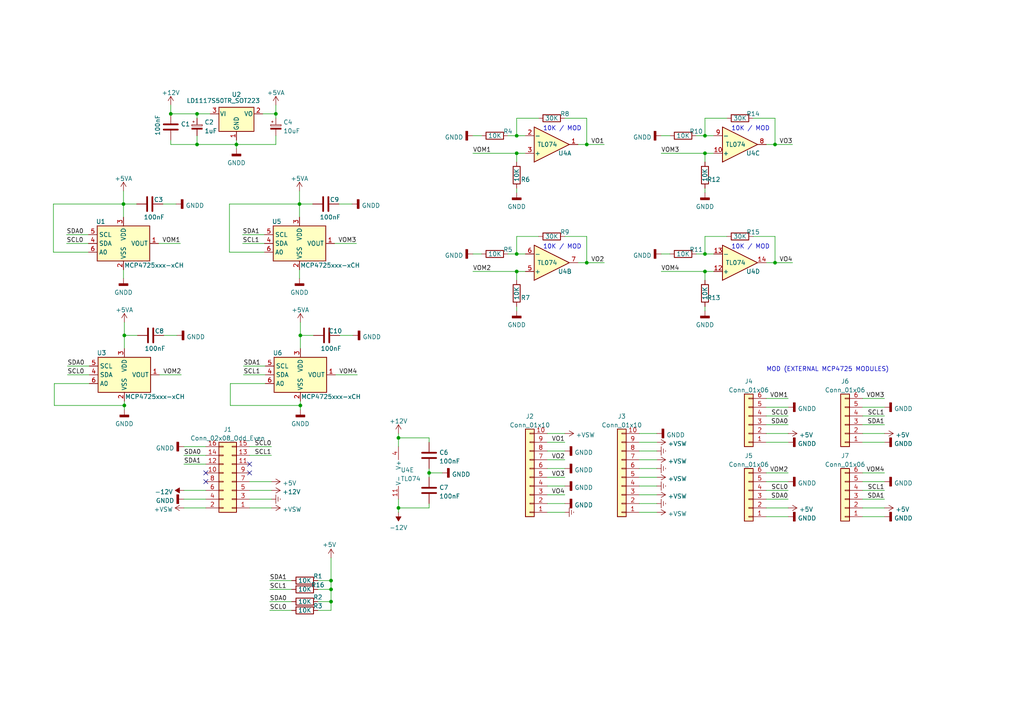
<source format=kicad_sch>
(kicad_sch (version 20211123) (generator eeschema)
  (paper "A4")
  (title_block (title "aout-4") (date "2023-06-30") (rev "2.1") (company "www.iotvertebrae.com") (comment 1 "Mechanical design: Xavier Pi") (comment 2 "Circuit & PCB design: Jordi Binefa"))
  (lib_symbols
    (symbol "Amplifier_Operational:TL074" (pin_names (offset 0.127))
      (property "Reference" "U" (at 0 5.08 0))
      (property "Value" "TL074" (at 0 -5.08 0))
      (symbol "TL074_1_1"
        (polyline (pts (xy -5.08 5.08) (xy 5.08 0) (xy -5.08 -5.08) (xy -5.08 5.08)) (stroke (width 0.254)) (fill (type background)))
        (pin output line (at 7.62 0 180) (length 2.54) (name "~") (number "1"))
        (pin input line (at -7.62 -2.54 0) (length 2.54) (name "-") (number "2"))
        (pin input line (at -7.62 2.54 0) (length 2.54) (name "+") (number "3"))
      )
      (symbol "TL074_2_1"
        (polyline (pts (xy -5.08 5.08) (xy 5.08 0) (xy -5.08 -5.08) (xy -5.08 5.08)) (stroke (width 0.254)) (fill (type background)))
        (pin input line (at -7.62 2.54 0) (length 2.54) (name "+") (number "5"))
        (pin input line (at -7.62 -2.54 0) (length 2.54) (name "-") (number "6"))
        (pin output line (at 7.62 0 180) (length 2.54) (name "~") (number "7"))
      )
      (symbol "TL074_3_1"
        (polyline (pts (xy -5.08 5.08) (xy 5.08 0) (xy -5.08 -5.08) (xy -5.08 5.08)) (stroke (width 0.254)) (fill (type background)))
        (pin input line (at -7.62 2.54 0) (length 2.54) (name "+") (number "10"))
        (pin output line (at 7.62 0 180) (length 2.54) (name "~") (number "8"))
        (pin input line (at -7.62 -2.54 0) (length 2.54) (name "-") (number "9"))
      )
      (symbol "TL074_4_1"
        (polyline (pts (xy -5.08 5.08) (xy 5.08 0) (xy -5.08 -5.08) (xy -5.08 5.08)) (stroke (width 0.254)) (fill (type background)))
        (pin input line (at -7.62 2.54 0) (length 2.54) (name "+") (number "12"))
        (pin input line (at -7.62 -2.54 0) (length 2.54) (name "-") (number "13"))
        (pin output line (at 7.62 0 180) (length 2.54) (name "~") (number "14"))
      )
      (symbol "TL074_5_1"
        (pin power_in line (at -2.54 -7.62 90) (length 3.81) (name "V-") (number "11"))
        (pin power_in line (at -2.54 7.62 270) (length 3.81) (name "V+") (number "4"))
      )
    )
    (symbol "Analog_DAC:MCP4725xxx-xCH"
      (property "Reference" "U" (at -6.35 6.35 0))
      (property "Value" "MCP4725xxx-xCH" (at 8.89 6.35 0))
      (symbol "MCP4725xxx-xCH_0_1"
        (rectangle (start -7.62 5.08) (end 7.62 -5.08) (stroke (width 0.254)) (fill (type background)))
      )
      (symbol "MCP4725xxx-xCH_1_1"
        (pin output line (at 10.16 0 180) (length 2.54) (name "VOUT") (number "1"))
        (pin power_in line (at 0 -7.62 90) (length 2.54) (name "VSS") (number "2"))
        (pin power_in line (at 0 7.62 270) (length 2.54) (name "VDD") (number "3"))
        (pin bidirectional line (at -10.16 0 0) (length 2.54) (name "SDA") (number "4"))
        (pin input line (at -10.16 2.54 0) (length 2.54) (name "SCL") (number "5"))
        (pin input line (at -10.16 -2.54 0) (length 2.54) (name "A0") (number "6"))
      )
    )
    (symbol "Connector_Generic:Conn_01x06" (pin_names (offset 1.016) hide)
      (property "Reference" "J" (at 0 7.62 0))
      (property "Value" "Conn_01x06" (at 0 -10.16 0))
      (symbol "Conn_01x06_1_1"
        (rectangle (start -1.27 -7.493) (end 0 -7.747) (stroke (width 0.1524)))
        (rectangle (start -1.27 -4.953) (end 0 -5.207) (stroke (width 0.1524)))
        (rectangle (start -1.27 -2.413) (end 0 -2.667) (stroke (width 0.1524)))
        (rectangle (start -1.27 0.127) (end 0 -0.127) (stroke (width 0.1524)))
        (rectangle (start -1.27 2.667) (end 0 2.413) (stroke (width 0.1524)))
        (rectangle (start -1.27 5.207) (end 0 4.953) (stroke (width 0.1524)))
        (rectangle (start -1.27 6.35) (end 1.27 -8.89) (stroke (width 0.254)) (fill (type background)))
        (pin passive line (at -5.08 5.08 0) (length 3.81) (name "Pin_1") (number "1"))
        (pin passive line (at -5.08 2.54 0) (length 3.81) (name "Pin_2") (number "2"))
        (pin passive line (at -5.08 0 0) (length 3.81) (name "Pin_3") (number "3"))
        (pin passive line (at -5.08 -2.54 0) (length 3.81) (name "Pin_4") (number "4"))
        (pin passive line (at -5.08 -5.08 0) (length 3.81) (name "Pin_5") (number "5"))
        (pin passive line (at -5.08 -7.62 0) (length 3.81) (name "Pin_6") (number "6"))
      )
    )
    (symbol "Connector_Generic:Conn_01x10" (pin_names (offset 1.016) hide)
      (property "Reference" "J" (at 0 12.7 0))
      (property "Value" "Conn_01x10" (at 0 -15.24 0))
      (symbol "Conn_01x10_1_1"
        (rectangle (start -1.27 -12.573) (end 0 -12.827) (stroke (width 0.1524)))
        (rectangle (start -1.27 -10.033) (end 0 -10.287) (stroke (width 0.1524)))
        (rectangle (start -1.27 -7.493) (end 0 -7.747) (stroke (width 0.1524)))
        (rectangle (start -1.27 -4.953) (end 0 -5.207) (stroke (width 0.1524)))
        (rectangle (start -1.27 -2.413) (end 0 -2.667) (stroke (width 0.1524)))
        (rectangle (start -1.27 0.127) (end 0 -0.127) (stroke (width 0.1524)))
        (rectangle (start -1.27 2.667) (end 0 2.413) (stroke (width 0.1524)))
        (rectangle (start -1.27 5.207) (end 0 4.953) (stroke (width 0.1524)))
        (rectangle (start -1.27 7.747) (end 0 7.493) (stroke (width 0.1524)))
        (rectangle (start -1.27 10.287) (end 0 10.033) (stroke (width 0.1524)))
        (rectangle (start -1.27 11.43) (end 1.27 -13.97) (stroke (width 0.254)) (fill (type background)))
        (pin passive line (at -5.08 10.16 0) (length 3.81) (name "Pin_1") (number "1"))
        (pin passive line (at -5.08 -12.7 0) (length 3.81) (name "Pin_10") (number "10"))
        (pin passive line (at -5.08 7.62 0) (length 3.81) (name "Pin_2") (number "2"))
        (pin passive line (at -5.08 5.08 0) (length 3.81) (name "Pin_3") (number "3"))
        (pin passive line (at -5.08 2.54 0) (length 3.81) (name "Pin_4") (number "4"))
        (pin passive line (at -5.08 0 0) (length 3.81) (name "Pin_5") (number "5"))
        (pin passive line (at -5.08 -2.54 0) (length 3.81) (name "Pin_6") (number "6"))
        (pin passive line (at -5.08 -5.08 0) (length 3.81) (name "Pin_7") (number "7"))
        (pin passive line (at -5.08 -7.62 0) (length 3.81) (name "Pin_8") (number "8"))
        (pin passive line (at -5.08 -10.16 0) (length 3.81) (name "Pin_9") (number "9"))
      )
    )
    (symbol "Connector_Generic:Conn_02x08_Odd_Even" (pin_names (offset 1.016) hide)
      (property "Reference" "J" (at 1.27 10.16 0))
      (property "Value" "Conn_02x08_Odd_Even" (at 1.27 -12.7 0))
      (symbol "Conn_02x08_Odd_Even_1_1"
        (rectangle (start -1.27 -10.033) (end 0 -10.287) (stroke (width 0.1524)))
        (rectangle (start -1.27 -7.493) (end 0 -7.747) (stroke (width 0.1524)))
        (rectangle (start -1.27 -4.953) (end 0 -5.207) (stroke (width 0.1524)))
        (rectangle (start -1.27 -2.413) (end 0 -2.667) (stroke (width 0.1524)))
        (rectangle (start -1.27 0.127) (end 0 -0.127) (stroke (width 0.1524)))
        (rectangle (start -1.27 2.667) (end 0 2.413) (stroke (width 0.1524)))
        (rectangle (start -1.27 5.207) (end 0 4.953) (stroke (width 0.1524)))
        (rectangle (start -1.27 7.747) (end 0 7.493) (stroke (width 0.1524)))
        (rectangle (start -1.27 8.89) (end 3.81 -11.43) (stroke (width 0.254)) (fill (type background)))
        (rectangle (start 3.81 -10.033) (end 2.54 -10.287) (stroke (width 0.1524)))
        (rectangle (start 3.81 -7.493) (end 2.54 -7.747) (stroke (width 0.1524)))
        (rectangle (start 3.81 -4.953) (end 2.54 -5.207) (stroke (width 0.1524)))
        (rectangle (start 3.81 -2.413) (end 2.54 -2.667) (stroke (width 0.1524)))
        (rectangle (start 3.81 0.127) (end 2.54 -0.127) (stroke (width 0.1524)))
        (rectangle (start 3.81 2.667) (end 2.54 2.413) (stroke (width 0.1524)))
        (rectangle (start 3.81 5.207) (end 2.54 4.953) (stroke (width 0.1524)))
        (rectangle (start 3.81 7.747) (end 2.54 7.493) (stroke (width 0.1524)))
        (pin passive line (at -5.08 7.62 0) (length 3.81) (name "Pin_1") (number "1"))
        (pin passive line (at 7.62 -2.54 180) (length 3.81) (name "Pin_10") (number "10"))
        (pin passive line (at -5.08 -5.08 0) (length 3.81) (name "Pin_11") (number "11"))
        (pin passive line (at 7.62 -5.08 180) (length 3.81) (name "Pin_12") (number "12"))
        (pin passive line (at -5.08 -7.62 0) (length 3.81) (name "Pin_13") (number "13"))
        (pin passive line (at 7.62 -7.62 180) (length 3.81) (name "Pin_14") (number "14"))
        (pin passive line (at -5.08 -10.16 0) (length 3.81) (name "Pin_15") (number "15"))
        (pin passive line (at 7.62 -10.16 180) (length 3.81) (name "Pin_16") (number "16"))
        (pin passive line (at 7.62 7.62 180) (length 3.81) (name "Pin_2") (number "2"))
        (pin passive line (at -5.08 5.08 0) (length 3.81) (name "Pin_3") (number "3"))
        (pin passive line (at 7.62 5.08 180) (length 3.81) (name "Pin_4") (number "4"))
        (pin passive line (at -5.08 2.54 0) (length 3.81) (name "Pin_5") (number "5"))
        (pin passive line (at 7.62 2.54 180) (length 3.81) (name "Pin_6") (number "6"))
        (pin passive line (at -5.08 0 0) (length 3.81) (name "Pin_7") (number "7"))
        (pin passive line (at 7.62 0 180) (length 3.81) (name "Pin_8") (number "8"))
        (pin passive line (at -5.08 -2.54 0) (length 3.81) (name "Pin_9") (number "9"))
      )
    )
    (symbol "Device:C" (pin_numbers hide) (pin_names (offset 0.254))
      (property "Reference" "C" (at 0.635 2.54 0))
      (property "Value" "C" (at 0.635 -2.54 0))
      (symbol "C_0_1"
        (polyline (pts (xy -2.032 -0.762) (xy 2.032 -0.762)) (stroke (width 0.508)))
        (polyline (pts (xy -2.032 0.762) (xy 2.032 0.762)) (stroke (width 0.508)))
      )
      (symbol "C_1_1"
        (pin passive line (at 0 3.81 270) (length 2.794) (name "~") (number "1"))
        (pin passive line (at 0 -3.81 90) (length 2.794) (name "~") (number "2"))
      )
    )
    (symbol "Device:C_Polarized_Small" (pin_numbers hide) (pin_names (offset 0.254) hide)
      (property "Reference" "C" (at 0.254 1.778 0))
      (property "Value" "C_Polarized_Small" (at 0.254 -2.032 0))
      (symbol "C_Polarized_Small_0_1"
        (rectangle (start -1.524 -0.3048) (end 1.524 -0.6858) (fill (type outline)))
        (rectangle (start -1.524 0.6858) (end 1.524 0.3048))
        (polyline (pts (xy -1.27 1.524) (xy -0.762 1.524)))
        (polyline (pts (xy -1.016 1.27) (xy -1.016 1.778)))
      )
      (symbol "C_Polarized_Small_1_1"
        (pin passive line (at 0 2.54 270) (length 1.8542) (name "~") (number "1"))
        (pin passive line (at 0 -2.54 90) (length 1.8542) (name "~") (number "2"))
      )
    )
    (symbol "Device:R" (pin_numbers hide) (pin_names (offset 0))
      (property "Reference" "R" (at 2.032 0 90))
      (property "Value" "R" (at 0 0 90))
      (symbol "R_0_1"
        (rectangle (start -1.016 -2.54) (end 1.016 2.54) (stroke (width 0.254)))
      )
      (symbol "R_1_1"
        (pin passive line (at 0 3.81 270) (length 1.27) (name "~") (number "1"))
        (pin passive line (at 0 -3.81 90) (length 1.27) (name "~") (number "2"))
      )
    )
    (symbol "Regulator_Linear:LD1117S50TR_SOT223" (pin_names (offset 0.254))
      (property "Reference" "U" (at -3.81 3.175 0))
      (property "Value" "LD1117S50TR_SOT223" (at 0 3.175 0))
      (symbol "LD1117S50TR_SOT223_0_1"
        (rectangle (start -5.08 -5.08) (end 5.08 1.905) (stroke (width 0.254)) (fill (type background)))
      )
      (symbol "LD1117S50TR_SOT223_1_1"
        (pin power_in line (at 0 -7.62 90) (length 2.54) (name "GND") (number "1"))
        (pin power_out line (at 7.62 0 180) (length 2.54) (name "VO") (number "2"))
        (pin power_in line (at -7.62 0 0) (length 2.54) (name "VI") (number "3"))
      )
    )
    (symbol "power:+12V" (power) (pin_names (offset 0))
      (property "Value" "+12V" (at 0 3.556 0))
      (symbol "+12V_0_1"
        (polyline (pts (xy -0.762 1.27) (xy 0 2.54)))
        (polyline (pts (xy 0 0) (xy 0 2.54)))
        (polyline (pts (xy 0 2.54) (xy 0.762 1.27)))
      )
      (symbol "+12V_1_1"
        (pin power_in line (at 0 0 90) (length 0) hide (name "+12V") (number "1"))
      )
    )
    (symbol "power:+5V" (power) (pin_names (offset 0))
      (property "Value" "+5V" (at 0 3.556 0))
      (symbol "+5V_0_1"
        (polyline (pts (xy -0.762 1.27) (xy 0 2.54)))
        (polyline (pts (xy 0 0) (xy 0 2.54)))
        (polyline (pts (xy 0 2.54) (xy 0.762 1.27)))
      )
      (symbol "+5V_1_1"
        (pin power_in line (at 0 0 90) (length 0) hide (name "+5V") (number "1"))
      )
    )
    (symbol "power:+5VA" (power) (pin_names (offset 0))
      (property "Value" "+5VA" (at 0 3.556 0))
      (symbol "+5VA_0_1"
        (polyline (pts (xy -0.762 1.27) (xy 0 2.54)))
        (polyline (pts (xy 0 0) (xy 0 2.54)))
        (polyline (pts (xy 0 2.54) (xy 0.762 1.27)))
      )
      (symbol "+5VA_1_1"
        (pin power_in line (at 0 0 90) (length 0) hide (name "+5VA") (number "1"))
      )
    )
    (symbol "power:+VSW" (power) (pin_names (offset 0))
      (property "Value" "+VSW" (at 0 3.556 0))
      (symbol "+VSW_0_1"
        (polyline (pts (xy -0.762 1.27) (xy 0 2.54)))
        (polyline (pts (xy 0 0) (xy 0 2.54)))
        (polyline (pts (xy 0 2.54) (xy 0.762 1.27)))
      )
      (symbol "+VSW_1_1"
        (pin power_in line (at 0 0 90) (length 0) hide (name "+VSW") (number "1"))
      )
    )
    (symbol "power:-12V" (power) (pin_names (offset 0))
      (property "Value" "-12V" (at 0 3.81 0))
      (symbol "-12V_0_0"
        (pin power_in line (at 0 0 90) (length 0) hide (name "-12V") (number "1"))
      )
      (symbol "-12V_0_1"
        (polyline (pts (xy 0 0) (xy 0 1.27) (xy 0.762 1.27) (xy 0 2.54) (xy -0.762 1.27) (xy 0 1.27)) (fill (type outline)))
      )
    )
    (symbol "power:Earth" (power) (pin_names (offset 0))
      (symbol "Earth_0_1"
        (polyline (pts (xy -0.635 -1.905) (xy 0.635 -1.905)))
        (polyline (pts (xy -0.127 -2.54) (xy 0.127 -2.54)))
        (polyline (pts (xy 0 -1.27) (xy 0 0)))
        (polyline (pts (xy 1.27 -1.27) (xy -1.27 -1.27)))
      )
      (symbol "Earth_1_1"
        (pin power_in line (at 0 0 270) (length 0) hide (name "Earth") (number "1"))
      )
    )
    (symbol "power:GNDD" (power) (pin_names (offset 0))
      (property "Value" "GNDD" (at 0 -3.175 0))
      (symbol "GNDD_0_1"
        (rectangle (start -1.27 -1.524) (end 1.27 -2.032) (stroke (width 0.254)) (fill (type outline)))
        (polyline (pts (xy 0 0) (xy 0 -1.524)))
      )
      (symbol "GNDD_1_1"
        (pin power_in line (at 0 0 270) (length 0) hide (name "GNDD") (number "1"))
      )
    )
  )
  (junction (at 87.122 117.602))
  (junction (at 35.814 59.182))
  (junction (at 149.86 44.45))
  (junction (at 204.47 78.74))
  (junction (at 204.47 44.45))
  (junction (at 115.57 147.32))
  (junction (at 204.47 39.37))
  (junction (at 86.868 59.182))
  (junction (at 96.012 168.402))
  (junction (at 36.068 117.602))
  (junction (at 170.18 76.2))
  (junction (at 224.79 41.91))
  (junction (at 115.57 127))
  (junction (at 36.068 97.282))
  (junction (at 224.79 76.2))
  (junction (at 87.122 97.282))
  (junction (at 170.18 41.91))
  (junction (at 96.012 174.498))
  (junction (at 149.86 78.74))
  (junction (at 149.86 73.66))
  (junction (at 49.53 33.02))
  (junction (at 57.15 41.91))
  (junction (at 149.86 39.37))
  (junction (at 204.47 73.66))
  (junction (at 96.012 170.942))
  (junction (at 57.15 33.02))
  (junction (at 68.58 41.91))
  (junction (at 80.01 33.02))
  (junction (at 124.46 137.16))
  (no_connect (at 59.69 139.7))
  (no_connect (at 59.69 137.16))
  (no_connect (at 72.39 134.62))
  (no_connect (at 72.39 137.16))
  (wire (pts (xy 137.16 73.66) (xy 139.7 73.66)))
  (wire (pts (xy 222.25 142.24) (xy 228.6 142.24)))
  (wire (pts (xy 15.748 117.602) (xy 36.068 117.602)))
  (wire (pts (xy 250.19 115.57) (xy 256.54 115.57)))
  (wire (pts (xy 96.012 177.038) (xy 92.202 177.038)))
  (wire (pts (xy 15.494 73.152) (xy 15.494 59.182)))
  (wire (pts (xy 72.39 132.08) (xy 78.74 132.08)))
  (wire (pts (xy 53.34 129.54) (xy 59.69 129.54)))
  (wire (pts (xy 80.01 34.29) (xy 80.01 33.02)))
  (wire (pts (xy 53.34 132.08) (xy 59.69 132.08)))
  (wire (pts (xy 92.202 168.402) (xy 96.012 168.402)))
  (wire (pts (xy 115.57 144.78) (xy 115.57 147.32)))
  (wire (pts (xy 86.868 59.182) (xy 90.678 59.182)))
  (wire (pts (xy 250.19 125.73) (xy 256.54 125.73)))
  (wire (pts (xy 167.64 41.91) (xy 170.18 41.91)))
  (wire (pts (xy 53.34 144.78) (xy 59.69 144.78)))
  (wire (pts (xy 218.44 34.29) (xy 224.79 34.29)))
  (wire (pts (xy 97.028 70.612) (xy 103.378 70.612)))
  (wire (pts (xy 185.42 135.89) (xy 190.5 135.89)))
  (wire (pts (xy 36.068 93.472) (xy 36.068 97.282)))
  (wire (pts (xy 25.908 111.252) (xy 15.748 111.252)))
  (wire (pts (xy 185.42 148.59) (xy 190.5 148.59)))
  (wire (pts (xy 124.46 147.32) (xy 115.57 147.32)))
  (wire (pts (xy 250.19 147.32) (xy 256.54 147.32)))
  (wire (pts (xy 98.298 59.182) (xy 102.108 59.182)))
  (wire (pts (xy 149.86 73.66) (xy 149.86 68.58)))
  (wire (pts (xy 68.58 41.91) (xy 68.58 43.18)))
  (wire (pts (xy 158.75 135.89) (xy 163.83 135.89)))
  (wire (pts (xy 191.77 44.45) (xy 204.47 44.45)))
  (wire (pts (xy 170.18 41.91) (xy 175.26 41.91)))
  (wire (pts (xy 25.654 73.152) (xy 15.494 73.152)))
  (wire (pts (xy 250.19 139.7) (xy 256.54 139.7)))
  (wire (pts (xy 222.25 128.27) (xy 228.6 128.27)))
  (wire (pts (xy 66.802 111.252) (xy 66.802 117.602)))
  (wire (pts (xy 222.25 115.57) (xy 228.6 115.57)))
  (wire (pts (xy 149.86 78.74) (xy 152.4 78.74)))
  (wire (pts (xy 204.47 73.66) (xy 207.01 73.66)))
  (wire (pts (xy 124.46 135.89) (xy 124.46 137.16)))
  (wire (pts (xy 222.25 118.11) (xy 228.6 118.11)))
  (wire (pts (xy 96.012 168.402) (xy 96.012 170.942)))
  (wire (pts (xy 222.25 139.7) (xy 228.6 139.7)))
  (wire (pts (xy 185.42 146.05) (xy 190.5 146.05)))
  (wire (pts (xy 124.46 137.16) (xy 128.27 137.16)))
  (wire (pts (xy 204.47 39.37) (xy 204.47 34.29)))
  (wire (pts (xy 137.16 39.37) (xy 139.7 39.37)))
  (wire (pts (xy 222.25 123.19) (xy 228.6 123.19)))
  (wire (pts (xy 158.75 128.27) (xy 163.83 128.27)))
  (wire (pts (xy 124.46 137.16) (xy 124.46 138.43)))
  (wire (pts (xy 45.974 70.612) (xy 52.324 70.612)))
  (wire (pts (xy 222.25 41.91) (xy 224.79 41.91)))
  (wire (pts (xy 250.19 128.27) (xy 256.54 128.27)))
  (wire (pts (xy 96.012 174.498) (xy 96.012 177.038)))
  (wire (pts (xy 96.012 161.798) (xy 96.012 168.402)))
  (wire (pts (xy 158.75 133.35) (xy 163.83 133.35)))
  (wire (pts (xy 57.15 39.37) (xy 57.15 41.91)))
  (wire (pts (xy 250.19 123.19) (xy 256.54 123.19)))
  (wire (pts (xy 15.748 111.252) (xy 15.748 117.602)))
  (wire (pts (xy 204.47 39.37) (xy 207.01 39.37)))
  (wire (pts (xy 185.42 138.43) (xy 190.5 138.43)))
  (wire (pts (xy 204.47 54.61) (xy 204.47 55.88)))
  (wire (pts (xy 149.86 88.9) (xy 149.86 90.17)))
  (wire (pts (xy 68.58 40.64) (xy 68.58 41.91)))
  (wire (pts (xy 70.358 70.612) (xy 76.708 70.612)))
  (wire (pts (xy 70.612 106.172) (xy 76.962 106.172)))
  (wire (pts (xy 137.16 44.45) (xy 149.86 44.45)))
  (wire (pts (xy 170.18 68.58) (xy 170.18 76.2)))
  (wire (pts (xy 149.86 39.37) (xy 149.86 34.29)))
  (wire (pts (xy 70.358 68.072) (xy 76.708 68.072)))
  (wire (pts (xy 92.202 170.942) (xy 96.012 170.942)))
  (wire (pts (xy 167.64 76.2) (xy 170.18 76.2)))
  (wire (pts (xy 191.77 39.37) (xy 194.31 39.37)))
  (wire (pts (xy 115.57 125.73) (xy 115.57 127)))
  (wire (pts (xy 204.47 88.9) (xy 204.47 90.17)))
  (wire (pts (xy 201.93 73.66) (xy 204.47 73.66)))
  (wire (pts (xy 204.47 44.45) (xy 204.47 46.99)))
  (wire (pts (xy 19.304 70.612) (xy 25.654 70.612)))
  (wire (pts (xy 170.18 76.2) (xy 175.26 76.2)))
  (wire (pts (xy 78.232 177.038) (xy 84.582 177.038)))
  (wire (pts (xy 86.868 55.372) (xy 86.868 59.182)))
  (wire (pts (xy 36.068 97.282) (xy 36.068 101.092)))
  (wire (pts (xy 149.86 54.61) (xy 149.86 55.88)))
  (wire (pts (xy 204.47 44.45) (xy 207.01 44.45)))
  (wire (pts (xy 250.19 120.65) (xy 256.54 120.65)))
  (wire (pts (xy 68.58 41.91) (xy 80.01 41.91)))
  (wire (pts (xy 36.068 116.332) (xy 36.068 117.602)))
  (wire (pts (xy 115.57 127) (xy 124.46 127)))
  (wire (pts (xy 222.25 76.2) (xy 224.79 76.2)))
  (wire (pts (xy 191.77 78.74) (xy 204.47 78.74)))
  (wire (pts (xy 47.244 59.182) (xy 51.054 59.182)))
  (wire (pts (xy 57.15 33.02) (xy 57.15 34.29)))
  (wire (pts (xy 250.19 142.24) (xy 256.54 142.24)))
  (wire (pts (xy 149.86 34.29) (xy 156.21 34.29)))
  (wire (pts (xy 76.708 73.152) (xy 66.548 73.152)))
  (wire (pts (xy 158.75 125.73) (xy 163.83 125.73)))
  (wire (pts (xy 97.282 108.712) (xy 103.632 108.712)))
  (wire (pts (xy 35.814 55.372) (xy 35.814 59.182)))
  (wire (pts (xy 47.498 97.282) (xy 51.308 97.282)))
  (wire (pts (xy 66.548 59.182) (xy 86.868 59.182)))
  (wire (pts (xy 158.75 143.51) (xy 163.83 143.51)))
  (wire (pts (xy 19.558 108.712) (xy 25.908 108.712)))
  (wire (pts (xy 222.25 120.65) (xy 228.6 120.65)))
  (wire (pts (xy 158.75 148.59) (xy 163.83 148.59)))
  (wire (pts (xy 149.86 73.66) (xy 152.4 73.66)))
  (wire (pts (xy 49.53 40.64) (xy 49.53 41.91)))
  (wire (pts (xy 222.25 144.78) (xy 228.6 144.78)))
  (wire (pts (xy 87.122 93.472) (xy 87.122 97.282)))
  (wire (pts (xy 222.25 149.86) (xy 228.6 149.86)))
  (wire (pts (xy 15.494 59.182) (xy 35.814 59.182)))
  (wire (pts (xy 158.75 146.05) (xy 163.83 146.05)))
  (wire (pts (xy 204.47 78.74) (xy 207.01 78.74)))
  (wire (pts (xy 98.552 97.282) (xy 102.362 97.282)))
  (wire (pts (xy 46.228 108.712) (xy 52.578 108.712)))
  (wire (pts (xy 36.068 97.282) (xy 39.878 97.282)))
  (wire (pts (xy 49.53 41.91) (xy 57.15 41.91)))
  (wire (pts (xy 53.34 134.62) (xy 59.69 134.62)))
  (wire (pts (xy 70.612 108.712) (xy 76.962 108.712)))
  (wire (pts (xy 53.34 147.32) (xy 59.69 147.32)))
  (wire (pts (xy 35.814 59.182) (xy 39.624 59.182)))
  (wire (pts (xy 72.39 142.24) (xy 78.74 142.24)))
  (wire (pts (xy 87.122 97.282) (xy 87.122 101.092)))
  (wire (pts (xy 147.32 39.37) (xy 149.86 39.37)))
  (wire (pts (xy 78.232 174.498) (xy 84.582 174.498)))
  (wire (pts (xy 72.39 139.7) (xy 78.74 139.7)))
  (wire (pts (xy 191.77 73.66) (xy 194.31 73.66)))
  (wire (pts (xy 158.75 140.97) (xy 163.83 140.97)))
  (wire (pts (xy 86.868 78.232) (xy 86.868 80.772)))
  (wire (pts (xy 224.79 68.58) (xy 224.79 76.2)))
  (wire (pts (xy 137.16 78.74) (xy 149.86 78.74)))
  (wire (pts (xy 53.34 142.24) (xy 59.69 142.24)))
  (wire (pts (xy 222.25 147.32) (xy 228.6 147.32)))
  (wire (pts (xy 149.86 44.45) (xy 152.4 44.45)))
  (wire (pts (xy 204.47 68.58) (xy 210.82 68.58)))
  (wire (pts (xy 66.802 117.602) (xy 87.122 117.602)))
  (wire (pts (xy 185.42 140.97) (xy 190.5 140.97)))
  (wire (pts (xy 163.83 34.29) (xy 170.18 34.29)))
  (wire (pts (xy 250.19 149.86) (xy 256.54 149.86)))
  (wire (pts (xy 87.122 116.332) (xy 87.122 117.602)))
  (wire (pts (xy 57.15 33.02) (xy 60.96 33.02)))
  (wire (pts (xy 250.19 144.78) (xy 256.54 144.78)))
  (wire (pts (xy 96.012 170.942) (xy 96.012 174.498)))
  (wire (pts (xy 80.01 41.91) (xy 80.01 39.37)))
  (wire (pts (xy 185.42 130.81) (xy 190.5 130.81)))
  (wire (pts (xy 185.42 133.35) (xy 190.5 133.35)))
  (wire (pts (xy 250.19 118.11) (xy 256.54 118.11)))
  (wire (pts (xy 204.47 73.66) (xy 204.47 68.58)))
  (wire (pts (xy 185.42 125.73) (xy 190.5 125.73)))
  (wire (pts (xy 170.18 34.29) (xy 170.18 41.91)))
  (wire (pts (xy 163.83 68.58) (xy 170.18 68.58)))
  (wire (pts (xy 250.19 137.16) (xy 256.54 137.16)))
  (wire (pts (xy 218.44 68.58) (xy 224.79 68.58)))
  (wire (pts (xy 115.57 127) (xy 115.57 129.54)))
  (wire (pts (xy 222.25 137.16) (xy 228.6 137.16)))
  (wire (pts (xy 76.962 111.252) (xy 66.802 111.252)))
  (wire (pts (xy 72.39 147.32) (xy 78.74 147.32)))
  (wire (pts (xy 92.202 174.498) (xy 96.012 174.498)))
  (wire (pts (xy 224.79 34.29) (xy 224.79 41.91)))
  (wire (pts (xy 149.86 68.58) (xy 156.21 68.58)))
  (wire (pts (xy 149.86 78.74) (xy 149.86 81.28)))
  (wire (pts (xy 35.814 59.182) (xy 35.814 62.992)))
  (wire (pts (xy 78.232 170.942) (xy 84.582 170.942)))
  (wire (pts (xy 115.57 147.32) (xy 115.57 148.59)))
  (wire (pts (xy 185.42 128.27) (xy 190.5 128.27)))
  (wire (pts (xy 149.86 44.45) (xy 149.86 46.99)))
  (wire (pts (xy 78.232 168.402) (xy 84.582 168.402)))
  (wire (pts (xy 72.39 144.78) (xy 78.74 144.78)))
  (wire (pts (xy 158.75 138.43) (xy 163.83 138.43)))
  (wire (pts (xy 49.53 33.02) (xy 57.15 33.02)))
  (wire (pts (xy 19.558 106.172) (xy 25.908 106.172)))
  (wire (pts (xy 19.304 68.072) (xy 25.654 68.072)))
  (wire (pts (xy 124.46 128.27) (xy 124.46 127)))
  (wire (pts (xy 72.39 129.54) (xy 78.74 129.54)))
  (wire (pts (xy 204.47 78.74) (xy 204.47 81.28)))
  (wire (pts (xy 224.79 76.2) (xy 229.87 76.2)))
  (wire (pts (xy 86.868 59.182) (xy 86.868 62.992)))
  (wire (pts (xy 224.79 41.91) (xy 229.87 41.91)))
  (wire (pts (xy 147.32 73.66) (xy 149.86 73.66)))
  (wire (pts (xy 158.75 130.81) (xy 163.83 130.81)))
  (wire (pts (xy 149.86 39.37) (xy 152.4 39.37)))
  (wire (pts (xy 222.25 125.73) (xy 228.6 125.73)))
  (wire (pts (xy 80.01 30.48) (xy 80.01 33.02)))
  (wire (pts (xy 66.548 73.152) (xy 66.548 59.182)))
  (wire (pts (xy 204.47 34.29) (xy 210.82 34.29)))
  (wire (pts (xy 57.15 41.91) (xy 68.58 41.91)))
  (wire (pts (xy 185.42 143.51) (xy 190.5 143.51)))
  (wire (pts (xy 124.46 146.05) (xy 124.46 147.32)))
  (wire (pts (xy 201.93 39.37) (xy 204.47 39.37)))
  (wire (pts (xy 49.53 30.48) (xy 49.53 33.02)))
  (wire (pts (xy 35.814 78.232) (xy 35.814 80.772)))
  (wire (pts (xy 36.068 117.602) (xy 36.068 118.872)))
  (wire (pts (xy 76.2 33.02) (xy 80.01 33.02)))
  (wire (pts (xy 87.122 117.602) (xy 87.122 118.872)))
  (wire (pts (xy 87.122 97.282) (xy 90.932 97.282)))
  (text "10K / MOD" (at 212.09 72.39 0) (effects (font (size 1.27 1.27)) (justify left bottom)))
  (text "10K / MOD" (at 157.48 72.39 0) (effects (font (size 1.27 1.27)) (justify left bottom)))
  (text "10K / MOD" (at 212.09 38.1 0) (effects (font (size 1.27 1.27)) (justify left bottom)))
  (text "10K / MOD" (at 157.48 38.1 0) (effects (font (size 1.27 1.27)) (justify left bottom)))
  (text "MOD (EXTERNAL MCP4725 MODULES)" (at 222.25 107.95 0) (effects (font (size 1.27 1.27)) (justify left bottom)))
  (label "SCL1" (at 78.232 170.942 0))
  (label "VO2" (at 175.26 76.2 180))
  (label "VO3" (at 163.83 138.43 180))
  (label "VOM2" (at 52.578 108.712 180))
  (label "SDA0" (at 228.6 123.19 180))
  (label "SCL0" (at 228.6 142.24 180))
  (label "SCL0" (at 19.558 108.712 0))
  (label "SDA1" (at 53.34 134.62 0))
  (label "VOM3" (at 256.54 115.57 180))
  (label "SCL1" (at 256.54 120.65 180))
  (label "SDA1" (at 78.232 168.402 0))
  (label "VOM3" (at 191.77 44.45 0))
  (label "SDA1" (at 70.358 68.072 0))
  (label "SCL1" (at 256.54 142.24 180))
  (label "VOM1" (at 137.16 44.45 0))
  (label "VO3" (at 229.87 41.91 180))
  (label "VO4" (at 229.87 76.2 180))
  (label "VOM1" (at 52.324 70.612 180))
  (label "VO4" (at 163.83 143.51 180))
  (label "VO2" (at 163.83 133.35 180))
  (label "SCL0" (at 78.232 177.038 0))
  (label "SDA0" (at 19.558 106.172 0))
  (label "SDA1" (at 256.54 123.19 180))
  (label "VO1" (at 163.83 128.27 180))
  (label "SCL0" (at 228.6 120.65 180))
  (label "VOM1" (at 228.6 115.57 180))
  (label "SDA0" (at 228.6 144.78 180))
  (label "SCL1" (at 70.612 108.712 0))
  (label "VOM2" (at 137.16 78.74 0))
  (label "SCL0" (at 19.304 70.612 0))
  (label "SDA0" (at 78.232 174.498 0))
  (label "SCL1" (at 78.74 132.08 180))
  (label "SCL1" (at 70.358 70.612 0))
  (label "VOM3" (at 103.378 70.612 180))
  (label "SCL0" (at 78.74 129.54 180))
  (label "SDA0" (at 53.34 132.08 0))
  (label "VOM4" (at 191.77 78.74 0))
  (label "VOM4" (at 256.54 137.16 180))
  (label "SDA0" (at 19.304 68.072 0))
  (label "SDA1" (at 70.612 106.172 0))
  (label "VOM2" (at 228.6 137.16 180))
  (label "SDA1" (at 256.54 144.78 180))
  (label "VO1" (at 175.26 41.91 180))
  (label "VOM4" (at 103.632 108.712 180))
  (symbol (lib_id "Device:C") (at 43.434 59.182 90) (unit 1)
    (property "Reference" "C3" (at 45.974 57.912 90))
    (property "Value" "100nF" (at 44.704 62.992 90))
    (property "Footprint" "Capacitor_SMD:C_0805_2012Metric_Pad1.18x1.45mm_HandSolder" (effects hide))
  )
  (symbol (lib_id "Device:C") (at 94.488 59.182 90) (unit 1)
    (property "Reference" "C9" (at 97.028 57.912 90))
    (property "Value" "100nF" (at 95.758 62.992 90))
    (property "Footprint" "Capacitor_SMD:C_0805_2012Metric_Pad1.18x1.45mm_HandSolder" (effects hide))
  )
  (symbol (lib_id "Device:R") (at 88.392 168.402 90) (unit 1)
    (property "Reference" "R1" (at 92.202 167.132 90))
    (property "Value" "10K" (at 88.392 168.402 90))
    (property "Footprint" "Resistor_SMD:R_0805_2012Metric_Pad1.20x1.40mm_HandSolder" (effects hide))
  )
  (symbol (lib_id "Connector_Generic:Conn_01x10") (at 180.34 138.43 180) (unit 1)
    (property "Reference" "J3" (at 180.34 120.7602 0))
    (property "Value" "Conn_01x10" (at 180.34 123.2971 0))
    (property "Footprint" "Connector_Phoenix_MSTB:PhoenixContact_MSTBVA_2,5_10-G-5,08_1x10_P5.08mm_Vertical" (effects hide))
  )
  (symbol (lib_id "Device:C_Polarized_Small") (at 80.01 36.83 0) (unit 1)
    (property "Reference" "C4" (at 82.169 35.4492 0) (effects (justify left)))
    (property "Value" "10uF" (at 82.169 37.9861 0) (effects (justify left)))
    (property "Footprint" "Capacitor_SMD:C_0805_2012Metric_Pad1.18x1.45mm_HandSolder" (effects hide))
  )
  (symbol (lib_id "power:+VSW") (at 78.74 147.32 270) (unit 1)
    (property "Reference" "#PWR013" (effects hide))
    (property "Value" "+VSW" (at 81.915 147.7538 90) (effects (justify left)))
  )
  (symbol (lib_id "power:GNDD") (at 256.54 128.27 90) (unit 1)
    (property "Reference" "#PWR053" (effects hide))
    (property "Value" "GNDD" (at 259.334 128.7038 90) (effects (justify right)))
  )
  (symbol (lib_id "power:GNDD") (at 36.068 118.872 0) (unit 1)
    (property "Reference" "#PWR0102" (effects hide))
    (property "Value" "GNDD" (at 36.068 122.9344 0))
  )
  (symbol (lib_id "power:Earth") (at 163.83 148.59 90) (unit 1)
    (property "Reference" "#PWR030" (effects hide))
    (property "Value" "Earth" (effects hide))
  )
  (symbol (lib_id "Device:R") (at 160.02 34.29 90) (unit 1)
    (property "Reference" "R8" (at 163.83 33.02 90))
    (property "Value" "30K" (at 160.02 34.29 90))
    (property "Footprint" "Resistor_SMD:R_0805_2012Metric_Pad1.20x1.40mm_HandSolder" (effects hide))
  )
  (symbol (lib_id "Device:C") (at 124.46 142.24 0) (unit 1)
    (property "Reference" "C7" (at 127.381 141.4053 0) (effects (justify left)))
    (property "Value" "100nF" (at 127.381 143.9422 0) (effects (justify left)))
    (property "Footprint" "Capacitor_SMD:C_0805_2012Metric_Pad1.18x1.45mm_HandSolder" (effects hide))
  )
  (symbol (lib_id "Device:R") (at 88.392 174.498 90) (unit 1)
    (property "Reference" "R2" (at 92.202 173.228 90))
    (property "Value" "10K" (at 88.392 174.498 90))
    (property "Footprint" "Resistor_SMD:R_0805_2012Metric_Pad1.20x1.40mm_HandSolder" (effects hide))
  )
  (symbol (lib_id "Connector_Generic:Conn_01x06") (at 217.17 144.78 180) (unit 1)
    (property "Reference" "J5" (at 217.17 132.1902 0))
    (property "Value" "Conn_01x06" (at 217.17 134.7271 0))
    (property "Footprint" "Connector_PinSocket_2.54mm:PinSocket_1x06_P2.54mm_Vertical" (effects hide))
  )
  (symbol (lib_id "power:GNDD") (at 191.77 73.66 270) (unit 1)
    (property "Reference" "#PWR042" (effects hide))
    (property "Value" "GNDD" (at 188.9761 74.0938 90) (effects (justify right)))
  )
  (symbol (lib_id "Amplifier_Operational:TL074") (at 214.63 41.91 0) (mirror x) (unit 3)
    (property "Reference" "U4" (at 218.44 44.45 0))
    (property "Value" "TL074" (at 213.36 41.91 0))
    (property "Footprint" "Package_SO:SOIC-14_3.9x8.7mm_P1.27mm" (effects hide))
    (property "Datasheet" "http://www.ti.com/lit/ds/symlink/tl071.pdf" (effects hide))
  )
  (symbol (lib_id "power:+12V") (at 49.53 30.48 0) (unit 1)
    (property "Reference" "#PWR02" (effects hide))
    (property "Value" "+12V" (at 49.53 26.9042 0))
  )
  (symbol (lib_id "Analog_DAC:MCP4725xxx-xCH") (at 36.068 108.712 0) (unit 1)
    (property "Reference" "U3" (at 29.464 102.362 0))
    (property "Value" "MCP4725xxx-xCH" (at 44.958 115.062 0))
    (property "Footprint" "Package_TO_SOT_SMD:SOT-23-6" (effects hide))
    (property "Datasheet" "http://ww1.microchip.com/downloads/en/DeviceDoc/22039d.pdf" (effects hide))
  )
  (symbol (lib_id "power:+VSW") (at 190.5 128.27 270) (unit 1)
    (property "Reference" "#PWR032" (effects hide))
    (property "Value" "+VSW" (at 193.675 128.7038 90) (effects (justify left)))
  )
  (symbol (lib_id "power:Earth") (at 190.5 130.81 90) (unit 1)
    (property "Reference" "#PWR033" (effects hide))
    (property "Value" "Earth" (effects hide))
  )
  (symbol (lib_id "power:GNDD") (at 191.77 39.37 270) (unit 1)
    (property "Reference" "#PWR041" (effects hide))
    (property "Value" "GNDD" (at 188.9761 39.8038 90) (effects (justify right)))
  )
  (symbol (lib_id "Connector_Generic:Conn_01x06") (at 217.17 123.19 180) (unit 1)
    (property "Reference" "J4" (at 217.17 110.6002 0))
    (property "Value" "Conn_01x06" (at 217.17 113.1371 0))
    (property "Footprint" "Connector_PinSocket_2.54mm:PinSocket_1x06_P2.54mm_Vertical" (effects hide))
  )
  (symbol (lib_id "Device:R") (at 149.86 50.8 180) (unit 1)
    (property "Reference" "R6" (at 152.4 52.07 0))
    (property "Value" "10K" (at 149.86 50.8 90))
    (property "Footprint" "Resistor_SMD:R_0805_2012Metric_Pad1.20x1.40mm_HandSolder" (effects hide))
  )
  (symbol (lib_id "Device:R") (at 88.392 177.038 90) (unit 1)
    (property "Reference" "R3" (at 92.202 175.768 90))
    (property "Value" "10K" (at 88.392 177.038 90))
    (property "Footprint" "Resistor_SMD:R_0805_2012Metric_Pad1.20x1.40mm_HandSolder" (effects hide))
  )
  (symbol (lib_id "Device:R") (at 214.63 68.58 90) (unit 1)
    (property "Reference" "R15" (at 218.44 67.31 90))
    (property "Value" "30K" (at 214.63 68.58 90))
    (property "Footprint" "Resistor_SMD:R_0805_2012Metric_Pad1.20x1.40mm_HandSolder" (effects hide))
  )
  (symbol (lib_id "power:GNDD") (at 102.362 97.282 90) (unit 1)
    (property "Reference" "#PWR0106" (effects hide))
    (property "Value" "GNDD" (at 105.156 97.7158 90) (effects (justify right)))
  )
  (symbol (lib_id "power:+VSW") (at 53.34 147.32 90) (unit 1)
    (property "Reference" "#PWR06" (effects hide))
    (property "Value" "+VSW" (at 50.1651 147.7538 90) (effects (justify left)))
  )
  (symbol (lib_id "Device:C") (at 43.688 97.282 90) (unit 1)
    (property "Reference" "C8" (at 46.228 96.012 90))
    (property "Value" "100nF" (at 44.958 101.092 90))
    (property "Footprint" "Capacitor_SMD:C_0805_2012Metric_Pad1.18x1.45mm_HandSolder" (effects hide))
  )
  (symbol (lib_id "Device:R") (at 88.392 170.942 90) (unit 1)
    (property "Reference" "R16" (at 92.202 169.672 90))
    (property "Value" "10K" (at 88.392 170.942 90))
    (property "Footprint" "Resistor_SMD:R_0805_2012Metric_Pad1.20x1.40mm_HandSolder" (effects hide))
  )
  (symbol (lib_id "Device:C") (at 124.46 132.08 0) (unit 1)
    (property "Reference" "C6" (at 127.381 131.2453 0) (effects (justify left)))
    (property "Value" "100nF" (at 127.381 133.7822 0) (effects (justify left)))
    (property "Footprint" "Capacitor_SMD:C_0805_2012Metric_Pad1.18x1.45mm_HandSolder" (effects hide))
  )
  (symbol (lib_id "Device:R") (at 204.47 50.8 180) (unit 1)
    (property "Reference" "R12" (at 207.01 52.07 0))
    (property "Value" "10K" (at 204.47 50.8 90))
    (property "Footprint" "Resistor_SMD:R_0805_2012Metric_Pad1.20x1.40mm_HandSolder" (effects hide))
  )
  (symbol (lib_id "Connector_Generic:Conn_01x10") (at 153.67 138.43 180) (unit 1)
    (property "Reference" "J2" (at 153.67 120.7602 0))
    (property "Value" "Conn_01x10" (at 153.67 123.2971 0))
    (property "Footprint" "Connector_Phoenix_MSTB:PhoenixContact_MSTBA_2,5_10-G-5,08_1x10_P5.08mm_Horizontal" (effects hide))
  )
  (symbol (lib_id "power:Earth") (at 190.5 146.05 90) (unit 1)
    (property "Reference" "#PWR039" (effects hide))
    (property "Value" "Earth" (effects hide))
  )
  (symbol (lib_id "Device:R") (at 204.47 85.09 180) (unit 1)
    (property "Reference" "R13" (at 207.01 86.36 0))
    (property "Value" "10K" (at 204.47 85.09 90))
    (property "Footprint" "Resistor_SMD:R_0805_2012Metric_Pad1.20x1.40mm_HandSolder" (effects hide))
  )
  (symbol (lib_id "power:+5V") (at 78.74 139.7 270) (unit 1)
    (property "Reference" "#PWR010" (effects hide))
    (property "Value" "+5V" (at 81.915 140.1338 90) (effects (justify left)))
  )
  (symbol (lib_id "power:GNDD") (at 228.6 118.11 90) (unit 1)
    (property "Reference" "#PWR045" (effects hide))
    (property "Value" "GNDD" (at 231.394 118.5438 90) (effects (justify right)))
  )
  (symbol (lib_id "power:GNDD") (at 228.6 139.7 90) (unit 1)
    (property "Reference" "#PWR048" (effects hide))
    (property "Value" "GNDD" (at 231.394 140.1338 90) (effects (justify right)))
  )
  (symbol (lib_id "power:+5VA") (at 87.122 93.472 0) (unit 1)
    (property "Reference" "#PWR0105" (effects hide))
    (property "Value" "+5VA" (at 87.122 89.8962 0))
  )
  (symbol (lib_id "power:GNDD") (at 102.108 59.182 90) (unit 1)
    (property "Reference" "#PWR0109" (effects hide))
    (property "Value" "GNDD" (at 104.902 59.6158 90) (effects (justify right)))
  )
  (symbol (lib_id "Analog_DAC:MCP4725xxx-xCH") (at 86.868 70.612 0) (unit 1)
    (property "Reference" "U5" (at 80.264 64.262 0))
    (property "Value" "MCP4725xxx-xCH" (at 95.758 76.962 0))
    (property "Footprint" "Package_TO_SOT_SMD:SOT-23-6" (effects hide))
    (property "Datasheet" "http://ww1.microchip.com/downloads/en/DeviceDoc/22039d.pdf" (effects hide))
  )
  (symbol (lib_id "power:GNDD") (at 137.16 39.37 270) (unit 1)
    (property "Reference" "#PWR021" (effects hide))
    (property "Value" "GNDD" (at 134.3661 39.8038 90) (effects (justify right)))
  )
  (symbol (lib_id "Connector_Generic:Conn_02x08_Odd_Even") (at 67.31 139.7 180) (unit 1)
    (property "Reference" "J1" (at 66.04 124.5702 0))
    (property "Value" "Conn_02x08_Odd_Even" (at 66.04 127.1071 0))
    (property "Footprint" "Connector_IDC:IDC-Header_2x08_P2.54mm_Vertical" (effects hide))
  )
  (symbol (lib_id "Device:R") (at 149.86 85.09 180) (unit 1)
    (property "Reference" "R7" (at 152.4 86.36 0))
    (property "Value" "10K" (at 149.86 85.09 90))
    (property "Footprint" "Resistor_SMD:R_0805_2012Metric_Pad1.20x1.40mm_HandSolder" (effects hide))
  )
  (symbol (lib_id "power:GNDD") (at 204.47 55.88 0) (unit 1)
    (property "Reference" "#PWR043" (effects hide))
    (property "Value" "GNDD" (at 204.47 59.9424 0))
  )
  (symbol (lib_id "Amplifier_Operational:TL074") (at 118.11 137.16 0) (unit 5)
    (property "Reference" "U4" (at 116.205 136.3253 0) (effects (justify left)))
    (property "Value" "TL074" (at 116.205 138.8622 0) (effects (justify left)))
    (property "Footprint" "Package_SO:SOIC-14_3.9x8.7mm_P1.27mm" (effects hide))
    (property "Datasheet" "http://www.ti.com/lit/ds/symlink/tl071.pdf" (effects hide))
  )
  (symbol (lib_id "Connector_Generic:Conn_01x06") (at 245.11 123.19 180) (unit 1)
    (property "Reference" "J6" (at 245.11 110.6002 0))
    (property "Value" "Conn_01x06" (at 245.11 113.1371 0))
    (property "Footprint" "Connector_PinSocket_2.54mm:PinSocket_1x06_P2.54mm_Vertical" (effects hide))
  )
  (symbol (lib_id "power:+VSW") (at 190.5 133.35 270) (unit 1)
    (property "Reference" "#PWR034" (effects hide))
    (property "Value" "+VSW" (at 193.675 133.7838 90) (effects (justify left)))
  )
  (symbol (lib_id "power:+5VA") (at 35.814 55.372 0) (unit 1)
    (property "Reference" "#PWR08" (effects hide))
    (property "Value" "+5VA" (at 35.814 51.7962 0))
  )
  (symbol (lib_id "power:GNDD") (at 163.83 135.89 90) (unit 1)
    (property "Reference" "#PWR027" (effects hide))
    (property "Value" "GNDD" (at 166.624 136.3238 90) (effects (justify right)))
  )
  (symbol (lib_id "Device:R") (at 143.51 73.66 90) (unit 1)
    (property "Reference" "R5" (at 147.32 72.39 90))
    (property "Value" "10K" (at 143.51 73.66 90))
    (property "Footprint" "Resistor_SMD:R_0805_2012Metric_Pad1.20x1.40mm_HandSolder" (effects hide))
  )
  (symbol (lib_id "power:GNDD") (at 163.83 146.05 90) (unit 1)
    (property "Reference" "#PWR029" (effects hide))
    (property "Value" "GNDD" (at 166.624 146.4838 90) (effects (justify right)))
  )
  (symbol (lib_id "Device:R") (at 198.12 39.37 90) (unit 1)
    (property "Reference" "R10" (at 201.93 38.1 90))
    (property "Value" "10K" (at 198.12 39.37 90))
    (property "Footprint" "Resistor_SMD:R_0805_2012Metric_Pad1.20x1.40mm_HandSolder" (effects hide))
  )
  (symbol (lib_id "power:GNDD") (at 87.122 118.872 0) (unit 1)
    (property "Reference" "#PWR0104" (effects hide))
    (property "Value" "GNDD" (at 87.122 122.9344 0))
  )
  (symbol (lib_id "power:GNDD") (at 163.83 130.81 90) (unit 1)
    (property "Reference" "#PWR026" (effects hide))
    (property "Value" "GNDD" (at 166.624 131.2438 90) (effects (justify right)))
  )
  (symbol (lib_id "power:+5V") (at 256.54 125.73 270) (unit 1)
    (property "Reference" "#PWR052" (effects hide))
    (property "Value" "+5V" (at 259.715 126.1638 90) (effects (justify left)))
  )
  (symbol (lib_id "Device:C") (at 94.742 97.282 90) (unit 1)
    (property "Reference" "C10" (at 97.282 96.012 90))
    (property "Value" "100nF" (at 96.012 101.092 90))
    (property "Footprint" "Capacitor_SMD:C_0805_2012Metric_Pad1.18x1.45mm_HandSolder" (effects hide))
  )
  (symbol (lib_id "Analog_DAC:MCP4725xxx-xCH") (at 87.122 108.712 0) (unit 1)
    (property "Reference" "U6" (at 80.518 102.362 0))
    (property "Value" "MCP4725xxx-xCH" (at 96.012 115.062 0))
    (property "Footprint" "Package_TO_SOT_SMD:SOT-23-6" (effects hide))
    (property "Datasheet" "http://ww1.microchip.com/downloads/en/DeviceDoc/22039d.pdf" (effects hide))
  )
  (symbol (lib_id "power:+5V") (at 228.6 147.32 270) (unit 1)
    (property "Reference" "#PWR049" (effects hide))
    (property "Value" "+5V" (at 231.775 147.7538 90) (effects (justify left)))
  )
  (symbol (lib_id "Device:R") (at 143.51 39.37 90) (unit 1)
    (property "Reference" "R4" (at 147.32 38.1 90))
    (property "Value" "10K" (at 143.51 39.37 90))
    (property "Footprint" "Resistor_SMD:R_0805_2012Metric_Pad1.20x1.40mm_HandSolder" (effects hide))
  )
  (symbol (lib_id "power:GNDD") (at 228.6 149.86 90) (unit 1)
    (property "Reference" "#PWR050" (effects hide))
    (property "Value" "GNDD" (at 231.394 150.2938 90) (effects (justify right)))
  )
  (symbol (lib_id "power:GNDD") (at 53.34 129.54 270) (unit 1)
    (property "Reference" "#PWR03" (effects hide))
    (property "Value" "GNDD" (at 50.5461 129.9738 90) (effects (justify right)))
  )
  (symbol (lib_id "power:GNDD") (at 190.5 125.73 90) (unit 1)
    (property "Reference" "#PWR031" (effects hide))
    (property "Value" "GNDD" (at 193.294 126.1638 90) (effects (justify right)))
  )
  (symbol (lib_id "power:+5V") (at 96.012 161.798 0) (unit 1)
    (property "Reference" "#PWR016" (effects hide))
    (property "Value" "+5V" (at 93.472 157.988 0) (effects (justify left)))
  )
  (symbol (lib_id "Amplifier_Operational:TL074") (at 160.02 41.91 0) (mirror x) (unit 1)
    (property "Reference" "U4" (at 163.83 44.45 0))
    (property "Value" "TL074" (at 158.75 41.91 0))
    (property "Footprint" "Package_SO:SOIC-14_3.9x8.7mm_P1.27mm" (effects hide))
    (property "Datasheet" "http://www.ti.com/lit/ds/symlink/tl071.pdf" (effects hide))
  )
  (symbol (lib_id "power:GNDD") (at 256.54 118.11 90) (unit 1)
    (property "Reference" "#PWR051" (effects hide))
    (property "Value" "GNDD" (at 259.334 118.5438 90) (effects (justify right)))
  )
  (symbol (lib_id "power:GNDD") (at 128.27 137.16 90) (unit 1)
    (property "Reference" "#PWR020" (effects hide))
    (property "Value" "GNDD" (at 131.064 137.5938 90) (effects (justify right)))
  )
  (symbol (lib_id "power:+5VA") (at 80.01 30.48 0) (unit 1)
    (property "Reference" "#PWR014" (effects hide))
    (property "Value" "+5VA" (at 80.01 26.9042 0))
  )
  (symbol (lib_id "power:GNDD") (at 51.054 59.182 90) (unit 1)
    (property "Reference" "#PWR015" (effects hide))
    (property "Value" "GNDD" (at 53.848 59.6158 90) (effects (justify right)))
  )
  (symbol (lib_id "power:+12V") (at 115.57 125.73 0) (unit 1)
    (property "Reference" "#PWR018" (effects hide))
    (property "Value" "+12V" (at 115.57 122.1542 0))
  )
  (symbol (lib_id "Device:C") (at 49.53 36.83 0) (unit 1)
    (property "Reference" "C1" (at 52.451 35.9953 0) (effects (justify left)))
    (property "Value" "100nF" (at 45.72 39.37 90) (effects (justify left)))
    (property "Footprint" "Capacitor_SMD:C_0805_2012Metric_Pad1.18x1.45mm_HandSolder" (effects hide))
  )
  (symbol (lib_id "power:+VSW") (at 190.5 148.59 270) (unit 1)
    (property "Reference" "#PWR040" (effects hide))
    (property "Value" "+VSW" (at 193.675 149.0238 90) (effects (justify left)))
  )
  (symbol (lib_id "Device:R") (at 198.12 73.66 90) (unit 1)
    (property "Reference" "R11" (at 201.93 72.39 90))
    (property "Value" "10K" (at 198.12 73.66 90))
    (property "Footprint" "Resistor_SMD:R_0805_2012Metric_Pad1.20x1.40mm_HandSolder" (effects hide))
  )
  (symbol (lib_id "power:GNDD") (at 163.83 140.97 90) (unit 1)
    (property "Reference" "#PWR028" (effects hide))
    (property "Value" "GNDD" (at 166.624 141.4038 90) (effects (justify right)))
  )
  (symbol (lib_id "power:GNDD") (at 256.54 139.7 90) (unit 1)
    (property "Reference" "#PWR054" (effects hide))
    (property "Value" "GNDD" (at 259.334 140.1338 90) (effects (justify right)))
  )
  (symbol (lib_id "Device:R") (at 160.02 68.58 90) (unit 1)
    (property "Reference" "R9" (at 163.83 67.31 90))
    (property "Value" "30K" (at 160.02 68.58 90))
    (property "Footprint" "Resistor_SMD:R_0805_2012Metric_Pad1.20x1.40mm_HandSolder" (effects hide))
  )
  (symbol (lib_id "power:GNDD") (at 149.86 90.17 0) (unit 1)
    (property "Reference" "#PWR024" (effects hide))
    (property "Value" "GNDD" (at 149.86 94.2324 0))
  )
  (symbol (lib_id "power:-12V") (at 115.57 148.59 180) (unit 1)
    (property "Reference" "#PWR019" (effects hide))
    (property "Value" "-12V" (at 115.57 153.0334 0))
  )
  (symbol (lib_id "Device:C_Polarized_Small") (at 57.15 36.83 0) (unit 1)
    (property "Reference" "C2" (at 59.309 35.4492 0) (effects (justify left)))
    (property "Value" "1uF" (at 59.309 37.9861 0) (effects (justify left)))
    (property "Footprint" "Capacitor_SMD:C_0805_2012Metric_Pad1.18x1.45mm_HandSolder" (effects hide))
  )
  (symbol (lib_id "power:+VSW") (at 190.5 143.51 270) (unit 1)
    (property "Reference" "#PWR038" (effects hide))
    (property "Value" "+VSW" (at 193.675 143.9438 90) (effects (justify left)))
  )
  (symbol (lib_id "Analog_DAC:MCP4725xxx-xCH") (at 35.814 70.612 0) (unit 1)
    (property "Reference" "U1" (at 29.21 64.262 0))
    (property "Value" "MCP4725xxx-xCH" (at 44.704 76.962 0))
    (property "Footprint" "Package_TO_SOT_SMD:SOT-23-6" (effects hide))
    (property "Datasheet" "http://ww1.microchip.com/downloads/en/DeviceDoc/22039d.pdf" (effects hide))
  )
  (symbol (lib_id "Regulator_Linear:LD1117S50TR_SOT223") (at 68.58 33.02 0) (unit 1)
    (property "Reference" "U2" (at 68.58 27.4152 0))
    (property "Value" "LD1117S50TR_SOT223" (at 64.77 29.21 0))
    (property "Footprint" "Package_TO_SOT_SMD:SOT-223-3_TabPin2" (effects hide))
    (property "Datasheet" "http://www.st.com/st-web-ui/static/active/en/resource/technical/document/datasheet/CD00000544.pdf" (effects hide))
  )
  (symbol (lib_id "power:GNDD") (at 35.814 80.772 0) (unit 1)
    (property "Reference" "#PWR09" (effects hide))
    (property "Value" "GNDD" (at 35.814 84.8344 0))
  )
  (symbol (lib_id "power:-12V") (at 53.34 142.24 90) (unit 1)
    (property "Reference" "#PWR04" (effects hide))
    (property "Value" "-12V" (at 50.165 142.6738 90) (effects (justify left)))
  )
  (symbol (lib_id "power:GNDD") (at 86.868 80.772 0) (unit 1)
    (property "Reference" "#PWR0107" (effects hide))
    (property "Value" "GNDD" (at 86.868 84.8344 0))
  )
  (symbol (lib_id "power:+VSW") (at 190.5 138.43 270) (unit 1)
    (property "Reference" "#PWR036" (effects hide))
    (property "Value" "+VSW" (at 193.675 138.8638 90) (effects (justify left)))
  )
  (symbol (lib_id "Device:R") (at 214.63 34.29 90) (unit 1)
    (property "Reference" "R14" (at 218.44 33.02 90))
    (property "Value" "30K" (at 214.63 34.29 90))
    (property "Footprint" "Resistor_SMD:R_0805_2012Metric_Pad1.20x1.40mm_HandSolder" (effects hide))
  )
  (symbol (lib_id "power:+VSW") (at 163.83 125.73 270) (unit 1)
    (property "Reference" "#PWR025" (effects hide))
    (property "Value" "+VSW" (at 167.005 126.1638 90) (effects (justify left)))
  )
  (symbol (lib_id "power:GNDD") (at 53.34 144.78 270) (unit 1)
    (property "Reference" "#PWR05" (effects hide))
    (property "Value" "GNDD" (at 50.5461 145.2138 90) (effects (justify right)))
  )
  (symbol (lib_id "power:Earth") (at 190.5 135.89 90) (unit 1)
    (property "Reference" "#PWR035" (effects hide))
    (property "Value" "Earth" (effects hide))
  )
  (symbol (lib_id "power:GNDD") (at 256.54 149.86 90) (unit 1)
    (property "Reference" "#PWR056" (effects hide))
    (property "Value" "GNDD" (at 259.334 150.2938 90) (effects (justify right)))
  )
  (symbol (lib_id "power:+5V") (at 256.54 147.32 270) (unit 1)
    (property "Reference" "#PWR055" (effects hide))
    (property "Value" "+5V" (at 259.715 147.7538 90) (effects (justify left)))
  )
  (symbol (lib_id "power:GNDD") (at 68.58 43.18 0) (unit 1)
    (property "Reference" "#PWR07" (effects hide))
    (property "Value" "GNDD" (at 68.58 47.2424 0))
  )
  (symbol (lib_id "Amplifier_Operational:TL074") (at 160.02 76.2 0) (mirror x) (unit 2)
    (property "Reference" "U4" (at 163.83 78.74 0))
    (property "Value" "TL074" (at 158.75 76.2 0))
    (property "Footprint" "Package_SO:SOIC-14_3.9x8.7mm_P1.27mm" (effects hide))
    (property "Datasheet" "http://www.ti.com/lit/ds/symlink/tl071.pdf" (effects hide))
  )
  (symbol (lib_id "power:Earth") (at 78.74 144.78 90) (unit 1)
    (property "Reference" "#PWR012" (effects hide))
    (property "Value" "Earth" (effects hide))
  )
  (symbol (lib_id "Amplifier_Operational:TL074") (at 214.63 76.2 0) (mirror x) (unit 4)
    (property "Reference" "U4" (at 218.44 78.74 0))
    (property "Value" "TL074" (at 213.36 76.2 0))
    (property "Footprint" "Package_SO:SOIC-14_3.9x8.7mm_P1.27mm" (effects hide))
    (property "Datasheet" "http://www.ti.com/lit/ds/symlink/tl071.pdf" (effects hide))
  )
  (symbol (lib_id "power:GNDD") (at 137.16 73.66 270) (unit 1)
    (property "Reference" "#PWR022" (effects hide))
    (property "Value" "GNDD" (at 134.3661 74.0938 90) (effects (justify right)))
  )
  (symbol (lib_id "power:+5VA") (at 86.868 55.372 0) (unit 1)
    (property "Reference" "#PWR0108" (effects hide))
    (property "Value" "+5VA" (at 86.868 51.7962 0))
  )
  (symbol (lib_id "power:Earth") (at 190.5 140.97 90) (unit 1)
    (property "Reference" "#PWR037" (effects hide))
    (property "Value" "Earth" (effects hide))
  )
  (symbol (lib_id "Connector_Generic:Conn_01x06") (at 245.11 144.78 180) (unit 1)
    (property "Reference" "J7" (at 245.11 132.1902 0))
    (property "Value" "Conn_01x06" (at 245.11 134.7271 0))
    (property "Footprint" "Connector_PinSocket_2.54mm:PinSocket_1x06_P2.54mm_Vertical" (effects hide))
  )
  (symbol (lib_id "power:GNDD") (at 204.47 90.17 0) (unit 1)
    (property "Reference" "#PWR044" (effects hide))
    (property "Value" "GNDD" (at 204.47 94.2324 0))
  )
  (symbol (lib_id "power:+5VA") (at 36.068 93.472 0) (unit 1)
    (property "Reference" "#PWR0101" (effects hide))
    (property "Value" "+5VA" (at 36.068 89.8962 0))
  )
  (symbol (lib_id "power:+5V") (at 228.6 125.73 270) (unit 1)
    (property "Reference" "#PWR046" (effects hide))
    (property "Value" "+5V" (at 231.775 126.1638 90) (effects (justify left)))
  )
  (symbol (lib_id "power:GNDD") (at 149.86 55.88 0) (unit 1)
    (property "Reference" "#PWR023" (effects hide))
    (property "Value" "GNDD" (at 149.86 59.9424 0))
  )
  (symbol (lib_id "power:GNDD") (at 228.6 128.27 90) (unit 1)
    (property "Reference" "#PWR047" (effects hide))
    (property "Value" "GNDD" (at 231.394 128.7038 90) (effects (justify right)))
  )
  (symbol (lib_id "power:+12V") (at 78.74 142.24 270) (unit 1)
    (property "Reference" "#PWR011" (effects hide))
    (property "Value" "+12V" (at 81.915 142.6738 90) (effects (justify left)))
  )
  (symbol (lib_id "power:GNDD") (at 51.308 97.282 90) (unit 1)
    (property "Reference" "#PWR0103" (effects hide))
    (property "Value" "GNDD" (at 54.102 97.7158 90) (effects (justify right)))
  )
)
</source>
